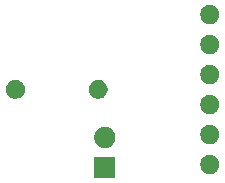
<source format=gbr>
G04 #@! TF.GenerationSoftware,KiCad,Pcbnew,(5.1.5)-3*
G04 #@! TF.CreationDate,2020-12-21T12:20:19+01:00*
G04 #@! TF.ProjectId,epimetheus_bme280,6570696d-6574-4686-9575-735f626d6532,rev?*
G04 #@! TF.SameCoordinates,Original*
G04 #@! TF.FileFunction,Soldermask,Bot*
G04 #@! TF.FilePolarity,Negative*
%FSLAX46Y46*%
G04 Gerber Fmt 4.6, Leading zero omitted, Abs format (unit mm)*
G04 Created by KiCad (PCBNEW (5.1.5)-3) date 2020-12-21 12:20:19*
%MOMM*%
%LPD*%
G04 APERTURE LIST*
%ADD10C,0.100000*%
G04 APERTURE END LIST*
D10*
G36*
X171843000Y-38493000D02*
G01*
X170041000Y-38493000D01*
X170041000Y-36691000D01*
X171843000Y-36691000D01*
X171843000Y-38493000D01*
G37*
G36*
X180069142Y-36556242D02*
G01*
X180217101Y-36617529D01*
X180350255Y-36706499D01*
X180463501Y-36819745D01*
X180552471Y-36952899D01*
X180613758Y-37100858D01*
X180645000Y-37257925D01*
X180645000Y-37418075D01*
X180613758Y-37575142D01*
X180552471Y-37723101D01*
X180463501Y-37856255D01*
X180350255Y-37969501D01*
X180217101Y-38058471D01*
X180069142Y-38119758D01*
X179912075Y-38151000D01*
X179751925Y-38151000D01*
X179594858Y-38119758D01*
X179446899Y-38058471D01*
X179313745Y-37969501D01*
X179200499Y-37856255D01*
X179111529Y-37723101D01*
X179050242Y-37575142D01*
X179019000Y-37418075D01*
X179019000Y-37257925D01*
X179050242Y-37100858D01*
X179111529Y-36952899D01*
X179200499Y-36819745D01*
X179313745Y-36706499D01*
X179446899Y-36617529D01*
X179594858Y-36556242D01*
X179751925Y-36525000D01*
X179912075Y-36525000D01*
X180069142Y-36556242D01*
G37*
G36*
X171055512Y-34155927D02*
G01*
X171204812Y-34185624D01*
X171368784Y-34253544D01*
X171516354Y-34352147D01*
X171641853Y-34477646D01*
X171740456Y-34625216D01*
X171808376Y-34789188D01*
X171843000Y-34963259D01*
X171843000Y-35140741D01*
X171808376Y-35314812D01*
X171740456Y-35478784D01*
X171641853Y-35626354D01*
X171516354Y-35751853D01*
X171368784Y-35850456D01*
X171204812Y-35918376D01*
X171055512Y-35948073D01*
X171030742Y-35953000D01*
X170853258Y-35953000D01*
X170828488Y-35948073D01*
X170679188Y-35918376D01*
X170515216Y-35850456D01*
X170367646Y-35751853D01*
X170242147Y-35626354D01*
X170143544Y-35478784D01*
X170075624Y-35314812D01*
X170041000Y-35140741D01*
X170041000Y-34963259D01*
X170075624Y-34789188D01*
X170143544Y-34625216D01*
X170242147Y-34477646D01*
X170367646Y-34352147D01*
X170515216Y-34253544D01*
X170679188Y-34185624D01*
X170828488Y-34155927D01*
X170853258Y-34151000D01*
X171030742Y-34151000D01*
X171055512Y-34155927D01*
G37*
G36*
X180069142Y-34016242D02*
G01*
X180217101Y-34077529D01*
X180350255Y-34166499D01*
X180463501Y-34279745D01*
X180552471Y-34412899D01*
X180613758Y-34560858D01*
X180645000Y-34717925D01*
X180645000Y-34878075D01*
X180613758Y-35035142D01*
X180552471Y-35183101D01*
X180463501Y-35316255D01*
X180350255Y-35429501D01*
X180217101Y-35518471D01*
X180069142Y-35579758D01*
X179912075Y-35611000D01*
X179751925Y-35611000D01*
X179594858Y-35579758D01*
X179446899Y-35518471D01*
X179313745Y-35429501D01*
X179200499Y-35316255D01*
X179111529Y-35183101D01*
X179050242Y-35035142D01*
X179019000Y-34878075D01*
X179019000Y-34717925D01*
X179050242Y-34560858D01*
X179111529Y-34412899D01*
X179200499Y-34279745D01*
X179313745Y-34166499D01*
X179446899Y-34077529D01*
X179594858Y-34016242D01*
X179751925Y-33985000D01*
X179912075Y-33985000D01*
X180069142Y-34016242D01*
G37*
G36*
X180069142Y-31476242D02*
G01*
X180217101Y-31537529D01*
X180350255Y-31626499D01*
X180463501Y-31739745D01*
X180552471Y-31872899D01*
X180613758Y-32020858D01*
X180645000Y-32177925D01*
X180645000Y-32338075D01*
X180613758Y-32495142D01*
X180552471Y-32643101D01*
X180463501Y-32776255D01*
X180350255Y-32889501D01*
X180217101Y-32978471D01*
X180069142Y-33039758D01*
X179912075Y-33071000D01*
X179751925Y-33071000D01*
X179594858Y-33039758D01*
X179446899Y-32978471D01*
X179313745Y-32889501D01*
X179200499Y-32776255D01*
X179111529Y-32643101D01*
X179050242Y-32495142D01*
X179019000Y-32338075D01*
X179019000Y-32177925D01*
X179050242Y-32020858D01*
X179111529Y-31872899D01*
X179200499Y-31739745D01*
X179313745Y-31626499D01*
X179446899Y-31537529D01*
X179594858Y-31476242D01*
X179751925Y-31445000D01*
X179912075Y-31445000D01*
X180069142Y-31476242D01*
G37*
G36*
X170606642Y-30217781D02*
G01*
X170752414Y-30278162D01*
X170752416Y-30278163D01*
X170883608Y-30365822D01*
X170995178Y-30477392D01*
X171010122Y-30499758D01*
X171082838Y-30608586D01*
X171143219Y-30754358D01*
X171174000Y-30909107D01*
X171174000Y-31066893D01*
X171143219Y-31221642D01*
X171082838Y-31367414D01*
X171082837Y-31367416D01*
X170995178Y-31498608D01*
X170883608Y-31610178D01*
X170752416Y-31697837D01*
X170752415Y-31697838D01*
X170752414Y-31697838D01*
X170606642Y-31758219D01*
X170451893Y-31789000D01*
X170294107Y-31789000D01*
X170139358Y-31758219D01*
X169993586Y-31697838D01*
X169993585Y-31697838D01*
X169993584Y-31697837D01*
X169862392Y-31610178D01*
X169750822Y-31498608D01*
X169663163Y-31367416D01*
X169663162Y-31367414D01*
X169602781Y-31221642D01*
X169572000Y-31066893D01*
X169572000Y-30909107D01*
X169602781Y-30754358D01*
X169663162Y-30608586D01*
X169735878Y-30499758D01*
X169750822Y-30477392D01*
X169862392Y-30365822D01*
X169993584Y-30278163D01*
X169993586Y-30278162D01*
X170139358Y-30217781D01*
X170294107Y-30187000D01*
X170451893Y-30187000D01*
X170606642Y-30217781D01*
G37*
G36*
X163606642Y-30217781D02*
G01*
X163752414Y-30278162D01*
X163752416Y-30278163D01*
X163883608Y-30365822D01*
X163995178Y-30477392D01*
X164010122Y-30499758D01*
X164082838Y-30608586D01*
X164143219Y-30754358D01*
X164174000Y-30909107D01*
X164174000Y-31066893D01*
X164143219Y-31221642D01*
X164082838Y-31367414D01*
X164082837Y-31367416D01*
X163995178Y-31498608D01*
X163883608Y-31610178D01*
X163752416Y-31697837D01*
X163752415Y-31697838D01*
X163752414Y-31697838D01*
X163606642Y-31758219D01*
X163451893Y-31789000D01*
X163294107Y-31789000D01*
X163139358Y-31758219D01*
X162993586Y-31697838D01*
X162993585Y-31697838D01*
X162993584Y-31697837D01*
X162862392Y-31610178D01*
X162750822Y-31498608D01*
X162663163Y-31367416D01*
X162663162Y-31367414D01*
X162602781Y-31221642D01*
X162572000Y-31066893D01*
X162572000Y-30909107D01*
X162602781Y-30754358D01*
X162663162Y-30608586D01*
X162735878Y-30499758D01*
X162750822Y-30477392D01*
X162862392Y-30365822D01*
X162993584Y-30278163D01*
X162993586Y-30278162D01*
X163139358Y-30217781D01*
X163294107Y-30187000D01*
X163451893Y-30187000D01*
X163606642Y-30217781D01*
G37*
G36*
X180069142Y-28936242D02*
G01*
X180217101Y-28997529D01*
X180350255Y-29086499D01*
X180463501Y-29199745D01*
X180552471Y-29332899D01*
X180613758Y-29480858D01*
X180645000Y-29637925D01*
X180645000Y-29798075D01*
X180613758Y-29955142D01*
X180552471Y-30103101D01*
X180463501Y-30236255D01*
X180350255Y-30349501D01*
X180217101Y-30438471D01*
X180069142Y-30499758D01*
X179912075Y-30531000D01*
X179751925Y-30531000D01*
X179594858Y-30499758D01*
X179446899Y-30438471D01*
X179313745Y-30349501D01*
X179200499Y-30236255D01*
X179111529Y-30103101D01*
X179050242Y-29955142D01*
X179019000Y-29798075D01*
X179019000Y-29637925D01*
X179050242Y-29480858D01*
X179111529Y-29332899D01*
X179200499Y-29199745D01*
X179313745Y-29086499D01*
X179446899Y-28997529D01*
X179594858Y-28936242D01*
X179751925Y-28905000D01*
X179912075Y-28905000D01*
X180069142Y-28936242D01*
G37*
G36*
X180069142Y-26396242D02*
G01*
X180217101Y-26457529D01*
X180350255Y-26546499D01*
X180463501Y-26659745D01*
X180552471Y-26792899D01*
X180613758Y-26940858D01*
X180645000Y-27097925D01*
X180645000Y-27258075D01*
X180613758Y-27415142D01*
X180552471Y-27563101D01*
X180463501Y-27696255D01*
X180350255Y-27809501D01*
X180217101Y-27898471D01*
X180069142Y-27959758D01*
X179912075Y-27991000D01*
X179751925Y-27991000D01*
X179594858Y-27959758D01*
X179446899Y-27898471D01*
X179313745Y-27809501D01*
X179200499Y-27696255D01*
X179111529Y-27563101D01*
X179050242Y-27415142D01*
X179019000Y-27258075D01*
X179019000Y-27097925D01*
X179050242Y-26940858D01*
X179111529Y-26792899D01*
X179200499Y-26659745D01*
X179313745Y-26546499D01*
X179446899Y-26457529D01*
X179594858Y-26396242D01*
X179751925Y-26365000D01*
X179912075Y-26365000D01*
X180069142Y-26396242D01*
G37*
G36*
X180069142Y-23856242D02*
G01*
X180217101Y-23917529D01*
X180350255Y-24006499D01*
X180463501Y-24119745D01*
X180552471Y-24252899D01*
X180613758Y-24400858D01*
X180645000Y-24557925D01*
X180645000Y-24718075D01*
X180613758Y-24875142D01*
X180552471Y-25023101D01*
X180463501Y-25156255D01*
X180350255Y-25269501D01*
X180217101Y-25358471D01*
X180069142Y-25419758D01*
X179912075Y-25451000D01*
X179751925Y-25451000D01*
X179594858Y-25419758D01*
X179446899Y-25358471D01*
X179313745Y-25269501D01*
X179200499Y-25156255D01*
X179111529Y-25023101D01*
X179050242Y-24875142D01*
X179019000Y-24718075D01*
X179019000Y-24557925D01*
X179050242Y-24400858D01*
X179111529Y-24252899D01*
X179200499Y-24119745D01*
X179313745Y-24006499D01*
X179446899Y-23917529D01*
X179594858Y-23856242D01*
X179751925Y-23825000D01*
X179912075Y-23825000D01*
X180069142Y-23856242D01*
G37*
M02*

</source>
